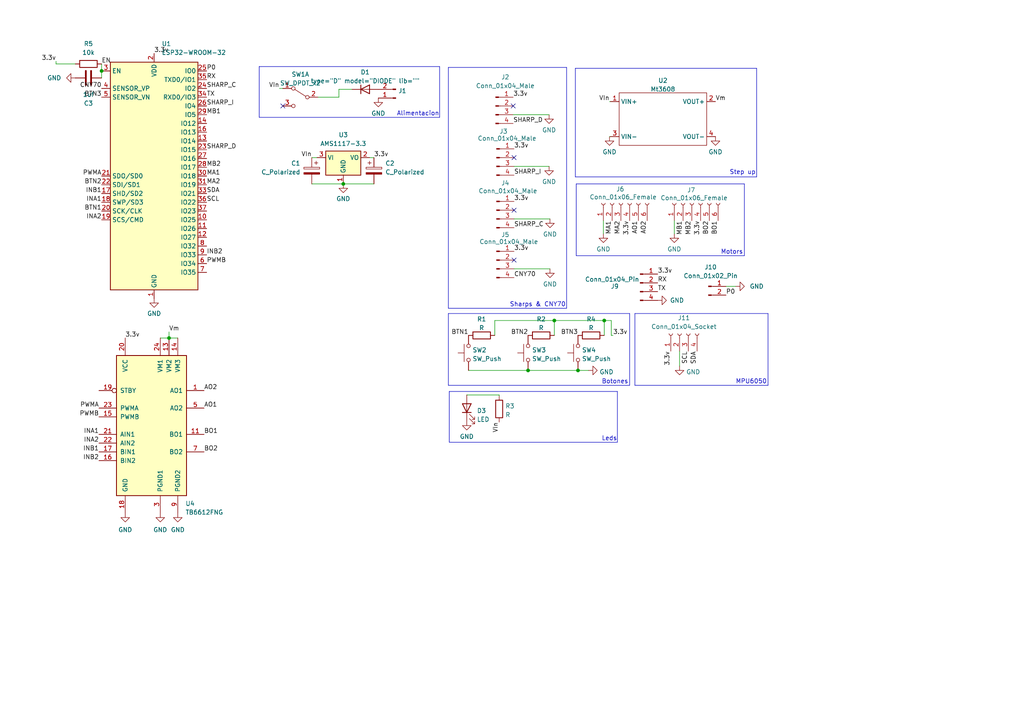
<source format=kicad_sch>
(kicad_sch (version 20230121) (generator eeschema)
  (paper "A4")
  (lib_symbols
    (symbol "Connector:Conn_01x02_Male" (pin_names (offset 1.016) hide)
      (property "Reference" "J" (at 0 2.54 0))
      (property "Value" "Conn_01x02_Male" (at 0 -5.08 0))
      (symbol "Conn_01x02_Male_1_1"
        (polyline (pts (xy 1.27 -2.54) (xy 0.8636 -2.54)) (stroke (width 0.1524)))
        (polyline (pts (xy 1.27 0) (xy 0.8636 0)) (stroke (width 0.1524)))
        (rectangle (start 0.8636 -2.413) (end 0 -2.667) (stroke (width 0.1524)) (fill (type outline)))
        (rectangle (start 0.8636 0.127) (end 0 -0.127) (stroke (width 0.1524)) (fill (type outline)))
        (pin passive line (at 5.08 0 180) (length 3.81) (name "Pin_1") (number "1"))
        (pin passive line (at 5.08 -2.54 180) (length 3.81) (name "Pin_2") (number "2"))
      )
    )
    (symbol "Connector:Conn_01x02_Pin" (pin_names (offset 1.016) hide)
      (property "Reference" "J" (at 0 2.54 0))
      (property "Value" "Conn_01x02_Pin" (at 0 -5.08 0))
      (symbol "Conn_01x02_Pin_1_1"
        (polyline (pts (xy 1.27 -2.54) (xy 0.8636 -2.54)) (stroke (width 0.1524)))
        (polyline (pts (xy 1.27 0) (xy 0.8636 0)) (stroke (width 0.1524)))
        (rectangle (start 0.8636 -2.413) (end 0 -2.667) (stroke (width 0.1524)) (fill (type outline)))
        (rectangle (start 0.8636 0.127) (end 0 -0.127) (stroke (width 0.1524)) (fill (type outline)))
        (pin passive line (at 5.08 0 180) (length 3.81) (name "Pin_1") (number "1"))
        (pin passive line (at 5.08 -2.54 180) (length 3.81) (name "Pin_2") (number "2"))
      )
    )
    (symbol "Connector:Conn_01x04_Male" (pin_names (offset 1.016) hide)
      (property "Reference" "J" (at 0 5.08 0))
      (property "Value" "Conn_01x04_Male" (at 0 -7.62 0))
      (symbol "Conn_01x04_Male_1_1"
        (polyline (pts (xy 1.27 -5.08) (xy 0.8636 -5.08)) (stroke (width 0.1524)))
        (polyline (pts (xy 1.27 -2.54) (xy 0.8636 -2.54)) (stroke (width 0.1524)))
        (polyline (pts (xy 1.27 0) (xy 0.8636 0)) (stroke (width 0.1524)))
        (polyline (pts (xy 1.27 2.54) (xy 0.8636 2.54)) (stroke (width 0.1524)))
        (rectangle (start 0.8636 -4.953) (end 0 -5.207) (stroke (width 0.1524)) (fill (type outline)))
        (rectangle (start 0.8636 -2.413) (end 0 -2.667) (stroke (width 0.1524)) (fill (type outline)))
        (rectangle (start 0.8636 0.127) (end 0 -0.127) (stroke (width 0.1524)) (fill (type outline)))
        (rectangle (start 0.8636 2.667) (end 0 2.413) (stroke (width 0.1524)) (fill (type outline)))
        (pin passive line (at 5.08 2.54 180) (length 3.81) (name "Pin_1") (number "1"))
        (pin passive line (at 5.08 0 180) (length 3.81) (name "Pin_2") (number "2"))
        (pin passive line (at 5.08 -2.54 180) (length 3.81) (name "Pin_3") (number "3"))
        (pin passive line (at 5.08 -5.08 180) (length 3.81) (name "Pin_4") (number "4"))
      )
    )
    (symbol "Connector:Conn_01x04_Pin" (pin_names (offset 1.016) hide)
      (property "Reference" "J" (at 0 5.08 0))
      (property "Value" "Conn_01x04_Pin" (at 0 -7.62 0))
      (symbol "Conn_01x04_Pin_1_1"
        (polyline (pts (xy 1.27 -5.08) (xy 0.8636 -5.08)) (stroke (width 0.1524)))
        (polyline (pts (xy 1.27 -2.54) (xy 0.8636 -2.54)) (stroke (width 0.1524)))
        (polyline (pts (xy 1.27 0) (xy 0.8636 0)) (stroke (width 0.1524)))
        (polyline (pts (xy 1.27 2.54) (xy 0.8636 2.54)) (stroke (width 0.1524)))
        (rectangle (start 0.8636 -4.953) (end 0 -5.207) (stroke (width 0.1524)) (fill (type outline)))
        (rectangle (start 0.8636 -2.413) (end 0 -2.667) (stroke (width 0.1524)) (fill (type outline)))
        (rectangle (start 0.8636 0.127) (end 0 -0.127) (stroke (width 0.1524)) (fill (type outline)))
        (rectangle (start 0.8636 2.667) (end 0 2.413) (stroke (width 0.1524)) (fill (type outline)))
        (pin passive line (at 5.08 2.54 180) (length 3.81) (name "Pin_1") (number "1"))
        (pin passive line (at 5.08 0 180) (length 3.81) (name "Pin_2") (number "2"))
        (pin passive line (at 5.08 -2.54 180) (length 3.81) (name "Pin_3") (number "3"))
        (pin passive line (at 5.08 -5.08 180) (length 3.81) (name "Pin_4") (number "4"))
      )
    )
    (symbol "Connector:Conn_01x04_Socket" (pin_names (offset 1.016) hide)
      (property "Reference" "J" (at 0 5.08 0))
      (property "Value" "Conn_01x04_Socket" (at 0 -7.62 0))
      (symbol "Conn_01x04_Socket_1_1"
        (arc (start 0 -4.572) (mid -0.5058 -5.08) (end 0 -5.588) (stroke (width 0.1524)))
        (arc (start 0 -2.032) (mid -0.5058 -2.54) (end 0 -3.048) (stroke (width 0.1524)))
        (polyline (pts (xy -1.27 -5.08) (xy -0.508 -5.08)) (stroke (width 0.1524)))
        (polyline (pts (xy -1.27 -2.54) (xy -0.508 -2.54)) (stroke (width 0.1524)))
        (polyline (pts (xy -1.27 0) (xy -0.508 0)) (stroke (width 0.1524)))
        (polyline (pts (xy -1.27 2.54) (xy -0.508 2.54)) (stroke (width 0.1524)))
        (arc (start 0 0.508) (mid -0.5058 0) (end 0 -0.508) (stroke (width 0.1524)))
        (arc (start 0 3.048) (mid -0.5058 2.54) (end 0 2.032) (stroke (width 0.1524)))
        (pin passive line (at -5.08 2.54 0) (length 3.81) (name "Pin_1") (number "1"))
        (pin passive line (at -5.08 0 0) (length 3.81) (name "Pin_2") (number "2"))
        (pin passive line (at -5.08 -2.54 0) (length 3.81) (name "Pin_3") (number "3"))
        (pin passive line (at -5.08 -5.08 0) (length 3.81) (name "Pin_4") (number "4"))
      )
    )
    (symbol "Connector:Conn_01x06_Female" (pin_names (offset 1.016) hide)
      (property "Reference" "J" (at 0 7.62 0))
      (property "Value" "Conn_01x06_Female" (at 0 -10.16 0))
      (symbol "Conn_01x06_Female_1_1"
        (arc (start 0 -7.112) (mid -0.5058 -7.62) (end 0 -8.128) (stroke (width 0.1524)))
        (arc (start 0 -4.572) (mid -0.5058 -5.08) (end 0 -5.588) (stroke (width 0.1524)))
        (arc (start 0 -2.032) (mid -0.5058 -2.54) (end 0 -3.048) (stroke (width 0.1524)))
        (polyline (pts (xy -1.27 -7.62) (xy -0.508 -7.62)) (stroke (width 0.1524)))
        (polyline (pts (xy -1.27 -5.08) (xy -0.508 -5.08)) (stroke (width 0.1524)))
        (polyline (pts (xy -1.27 -2.54) (xy -0.508 -2.54)) (stroke (width 0.1524)))
        (polyline (pts (xy -1.27 0) (xy -0.508 0)) (stroke (width 0.1524)))
        (polyline (pts (xy -1.27 2.54) (xy -0.508 2.54)) (stroke (width 0.1524)))
        (polyline (pts (xy -1.27 5.08) (xy -0.508 5.08)) (stroke (width 0.1524)))
        (arc (start 0 0.508) (mid -0.5058 0) (end 0 -0.508) (stroke (width 0.1524)))
        (arc (start 0 3.048) (mid -0.5058 2.54) (end 0 2.032) (stroke (width 0.1524)))
        (arc (start 0 5.588) (mid -0.5058 5.08) (end 0 4.572) (stroke (width 0.1524)))
        (pin passive line (at -5.08 5.08 0) (length 3.81) (name "Pin_1") (number "1"))
        (pin passive line (at -5.08 2.54 0) (length 3.81) (name "Pin_2") (number "2"))
        (pin passive line (at -5.08 0 0) (length 3.81) (name "Pin_3") (number "3"))
        (pin passive line (at -5.08 -2.54 0) (length 3.81) (name "Pin_4") (number "4"))
        (pin passive line (at -5.08 -5.08 0) (length 3.81) (name "Pin_5") (number "5"))
        (pin passive line (at -5.08 -7.62 0) (length 3.81) (name "Pin_6") (number "6"))
      )
    )
    (symbol "Device:C" (pin_numbers hide) (pin_names (offset 0.254))
      (property "Reference" "C" (at 0.635 2.54 0))
      (property "Value" "C" (at 0.635 -2.54 0))
      (symbol "C_0_1"
        (polyline (pts (xy -2.032 -0.762) (xy 2.032 -0.762)) (stroke (width 0.508)))
        (polyline (pts (xy -2.032 0.762) (xy 2.032 0.762)) (stroke (width 0.508)))
      )
      (symbol "C_1_1"
        (pin passive line (at 0 3.81 270) (length 2.794) (name "~") (number "1"))
        (pin passive line (at 0 -3.81 90) (length 2.794) (name "~") (number "2"))
      )
    )
    (symbol "Device:C_Polarized" (pin_numbers hide) (pin_names (offset 0.254))
      (property "Reference" "C" (at 0.635 2.54 0))
      (property "Value" "C_Polarized" (at 0.635 -2.54 0))
      (symbol "C_Polarized_0_1"
        (rectangle (start -2.286 0.508) (end 2.286 1.016))
        (polyline (pts (xy -1.778 2.286) (xy -0.762 2.286)))
        (polyline (pts (xy -1.27 2.794) (xy -1.27 1.778)))
        (rectangle (start 2.286 -0.508) (end -2.286 -1.016) (fill (type outline)))
      )
      (symbol "C_Polarized_1_1"
        (pin passive line (at 0 3.81 270) (length 2.794) (name "~") (number "1"))
        (pin passive line (at 0 -3.81 90) (length 2.794) (name "~") (number "2"))
      )
    )
    (symbol "Device:LED" (pin_numbers hide) (pin_names (offset 1.016) hide)
      (property "Reference" "D" (at 0 2.54 0))
      (property "Value" "LED" (at 0 -2.54 0))
      (symbol "LED_0_1"
        (polyline (pts (xy -1.27 -1.27) (xy -1.27 1.27)) (stroke (width 0.254)))
        (polyline (pts (xy -1.27 0) (xy 1.27 0)))
        (polyline (pts (xy 1.27 -1.27) (xy 1.27 1.27) (xy -1.27 0) (xy 1.27 -1.27)) (stroke (width 0.254)))
        (polyline (pts (xy -3.048 -0.762) (xy -4.572 -2.286) (xy -3.81 -2.286) (xy -4.572 -2.286) (xy -4.572 -1.524)))
        (polyline (pts (xy -1.778 -0.762) (xy -3.302 -2.286) (xy -2.54 -2.286) (xy -3.302 -2.286) (xy -3.302 -1.524)))
      )
      (symbol "LED_1_1"
        (pin passive line (at -3.81 0 0) (length 2.54) (name "K") (number "1"))
        (pin passive line (at 3.81 0 180) (length 2.54) (name "A") (number "2"))
      )
    )
    (symbol "Device:R" (pin_numbers hide) (pin_names (offset 0))
      (property "Reference" "R" (at 2.032 0 90))
      (property "Value" "R" (at 0 0 90))
      (symbol "R_0_1"
        (rectangle (start -1.016 -2.54) (end 1.016 2.54) (stroke (width 0.254)))
      )
      (symbol "R_1_1"
        (pin passive line (at 0 3.81 270) (length 1.27) (name "~") (number "1"))
        (pin passive line (at 0 -3.81 90) (length 1.27) (name "~") (number "2"))
      )
    )
    (symbol "Driver_Motor:TB6612FNG" (pin_names (offset 1.016))
      (property "Reference" "U" (at 11.43 17.78 0))
      (property "Value" "TB6612FNG" (at 11.43 15.24 0))
      (symbol "TB6612FNG_0_1"
        (rectangle (start -10.16 20.32) (end 10.16 -20.32) (stroke (width 0.254)) (fill (type background)))
      )
      (symbol "TB6612FNG_1_1"
        (pin output line (at 15.24 10.16 180) (length 5.08) (name "AO1") (number "1"))
        (pin passive line (at 7.62 -25.4 90) (length 5.08) hide (name "PGND2") (number "10"))
        (pin output line (at 15.24 -2.54 180) (length 5.08) (name "BO1") (number "11"))
        (pin passive line (at 15.24 -2.54 180) (length 5.08) hide (name "BO1") (number "12"))
        (pin power_in line (at 5.08 25.4 270) (length 5.08) (name "VM2") (number "13"))
        (pin power_in line (at 7.62 25.4 270) (length 5.08) (name "VM3") (number "14"))
        (pin input line (at -15.24 2.54 0) (length 5.08) (name "PWMB") (number "15"))
        (pin input line (at -15.24 -10.16 0) (length 5.08) (name "BIN2") (number "16"))
        (pin input line (at -15.24 -7.62 0) (length 5.08) (name "BIN1") (number "17"))
        (pin power_in line (at -7.62 -25.4 90) (length 5.08) (name "GND") (number "18"))
        (pin input inverted (at -15.24 10.16 0) (length 5.08) (name "STBY") (number "19"))
        (pin passive line (at 15.24 10.16 180) (length 5.08) hide (name "AO1") (number "2"))
        (pin power_in line (at -7.62 25.4 270) (length 5.08) (name "VCC") (number "20"))
        (pin input line (at -15.24 -2.54 0) (length 5.08) (name "AIN1") (number "21"))
        (pin input line (at -15.24 -5.08 0) (length 5.08) (name "AIN2") (number "22"))
        (pin input line (at -15.24 5.08 0) (length 5.08) (name "PWMA") (number "23"))
        (pin power_in line (at 2.54 25.4 270) (length 5.08) (name "VM1") (number "24"))
        (pin power_in line (at 2.54 -25.4 90) (length 5.08) (name "PGND1") (number "3"))
        (pin passive line (at 2.54 -25.4 90) (length 5.08) hide (name "PGND1") (number "4"))
        (pin output line (at 15.24 5.08 180) (length 5.08) (name "AO2") (number "5"))
        (pin passive line (at 15.24 5.08 180) (length 5.08) hide (name "AO2") (number "6"))
        (pin output line (at 15.24 -7.62 180) (length 5.08) (name "BO2") (number "7"))
        (pin passive line (at 15.24 -7.62 180) (length 5.08) hide (name "BO2") (number "8"))
        (pin power_in line (at 7.62 -25.4 90) (length 5.08) (name "PGND2") (number "9"))
      )
    )
    (symbol "GND_1" (power) (pin_names (offset 0))
      (property "Value" "GND_1" (at 0 -3.81 0))
      (symbol "GND_1_0_1"
        (polyline (pts (xy 0 0) (xy 0 -1.27) (xy 1.27 -1.27) (xy 0 -2.54) (xy -1.27 -1.27) (xy 0 -1.27)))
      )
      (symbol "GND_1_1_1"
        (pin power_in line (at 0 0 270) (length 0) hide (name "GND") (number "1"))
      )
    )
    (symbol "RF_Module:ESP32-WROOM-32"
      (property "Reference" "U" (at -12.7 34.29 0))
      (property "Value" "ESP32-WROOM-32" (at 1.27 34.29 0))
      (symbol "ESP32-WROOM-32_0_1"
        (rectangle (start -12.7 33.02) (end 12.7 -33.02) (stroke (width 0.254)) (fill (type background)))
      )
      (symbol "ESP32-WROOM-32_1_1"
        (pin power_in line (at 0 -35.56 90) (length 2.54) (name "GND") (number "1"))
        (pin bidirectional line (at 15.24 -12.7 180) (length 2.54) (name "IO25") (number "10"))
        (pin bidirectional line (at 15.24 -15.24 180) (length 2.54) (name "IO26") (number "11"))
        (pin bidirectional line (at 15.24 -17.78 180) (length 2.54) (name "IO27") (number "12"))
        (pin bidirectional line (at 15.24 10.16 180) (length 2.54) (name "IO14") (number "13"))
        (pin bidirectional line (at 15.24 15.24 180) (length 2.54) (name "IO12") (number "14"))
        (pin passive line (at 0 -35.56 90) (length 2.54) hide (name "GND") (number "15"))
        (pin bidirectional line (at 15.24 12.7 180) (length 2.54) (name "IO13") (number "16"))
        (pin bidirectional line (at -15.24 -5.08 0) (length 2.54) (name "SHD/SD2") (number "17"))
        (pin bidirectional line (at -15.24 -7.62 0) (length 2.54) (name "SWP/SD3") (number "18"))
        (pin bidirectional line (at -15.24 -12.7 0) (length 2.54) (name "SCS/CMD") (number "19"))
        (pin power_in line (at 0 35.56 270) (length 2.54) (name "VDD") (number "2"))
        (pin bidirectional line (at -15.24 -10.16 0) (length 2.54) (name "SCK/CLK") (number "20"))
        (pin bidirectional line (at -15.24 0 0) (length 2.54) (name "SDO/SD0") (number "21"))
        (pin bidirectional line (at -15.24 -2.54 0) (length 2.54) (name "SDI/SD1") (number "22"))
        (pin bidirectional line (at 15.24 7.62 180) (length 2.54) (name "IO15") (number "23"))
        (pin bidirectional line (at 15.24 25.4 180) (length 2.54) (name "IO2") (number "24"))
        (pin bidirectional line (at 15.24 30.48 180) (length 2.54) (name "IO0") (number "25"))
        (pin bidirectional line (at 15.24 20.32 180) (length 2.54) (name "IO4") (number "26"))
        (pin bidirectional line (at 15.24 5.08 180) (length 2.54) (name "IO16") (number "27"))
        (pin bidirectional line (at 15.24 2.54 180) (length 2.54) (name "IO17") (number "28"))
        (pin bidirectional line (at 15.24 17.78 180) (length 2.54) (name "IO5") (number "29"))
        (pin input line (at -15.24 30.48 0) (length 2.54) (name "EN") (number "3"))
        (pin bidirectional line (at 15.24 0 180) (length 2.54) (name "IO18") (number "30"))
        (pin bidirectional line (at 15.24 -2.54 180) (length 2.54) (name "IO19") (number "31"))
        (pin no_connect line (at -12.7 -27.94 0) (length 2.54) hide (name "NC") (number "32"))
        (pin bidirectional line (at 15.24 -5.08 180) (length 2.54) (name "IO21") (number "33"))
        (pin bidirectional line (at 15.24 22.86 180) (length 2.54) (name "RXD0/IO3") (number "34"))
        (pin bidirectional line (at 15.24 27.94 180) (length 2.54) (name "TXD0/IO1") (number "35"))
        (pin bidirectional line (at 15.24 -7.62 180) (length 2.54) (name "IO22") (number "36"))
        (pin bidirectional line (at 15.24 -10.16 180) (length 2.54) (name "IO23") (number "37"))
        (pin passive line (at 0 -35.56 90) (length 2.54) hide (name "GND") (number "38"))
        (pin passive line (at 0 -35.56 90) (length 2.54) hide (name "GND") (number "39"))
        (pin input line (at -15.24 25.4 0) (length 2.54) (name "SENSOR_VP") (number "4"))
        (pin input line (at -15.24 22.86 0) (length 2.54) (name "SENSOR_VN") (number "5"))
        (pin input line (at 15.24 -25.4 180) (length 2.54) (name "IO34") (number "6"))
        (pin input line (at 15.24 -27.94 180) (length 2.54) (name "IO35") (number "7"))
        (pin bidirectional line (at 15.24 -20.32 180) (length 2.54) (name "IO32") (number "8"))
        (pin bidirectional line (at 15.24 -22.86 180) (length 2.54) (name "IO33") (number "9"))
      )
    )
    (symbol "Regulator_Linear:AMS1117-3.3"
      (property "Reference" "U" (at -3.81 3.175 0))
      (property "Value" "AMS1117-3.3" (at 0 3.175 0))
      (symbol "AMS1117-3.3_0_1"
        (rectangle (start -5.08 -5.08) (end 5.08 1.905) (stroke (width 0.254)) (fill (type background)))
      )
      (symbol "AMS1117-3.3_1_1"
        (pin power_in line (at 0 -7.62 90) (length 2.54) (name "GND") (number "1"))
        (pin power_out line (at 7.62 0 180) (length 2.54) (name "VO") (number "2"))
        (pin power_in line (at -7.62 0 0) (length 2.54) (name "VI") (number "3"))
      )
    )
    (symbol "Simulation_SPICE:DIODE" (pin_numbers hide) (pin_names (offset 1.016) hide)
      (property "Reference" "D" (at 0 2.54 0))
      (property "Value" "DIODE" (at 0 -2.54 0))
      (symbol "DIODE_0_1"
        (polyline (pts (xy 1.27 0) (xy -1.27 0)))
        (polyline (pts (xy 1.27 1.27) (xy 1.27 -1.27)) (stroke (width 0.254)))
        (polyline (pts (xy -1.27 -1.27) (xy -1.27 1.27) (xy 1.27 0) (xy -1.27 -1.27)) (stroke (width 0.254)))
      )
      (symbol "DIODE_1_1"
        (pin passive line (at -3.81 0 0) (length 2.54) (name "A") (number "1"))
        (pin passive line (at 3.81 0 180) (length 2.54) (name "K") (number "2"))
      )
    )
    (symbol "Switch:SW_DPDT_x2" (pin_names (offset 0) hide)
      (property "Reference" "SW" (at 0 4.318 0))
      (property "Value" "SW_DPDT_x2" (at 0 -5.08 0))
      (symbol "SW_DPDT_x2_0_0"
        (circle (center -2.032 0) (radius 0.508))
        (circle (center 2.032 -2.54) (radius 0.508))
      )
      (symbol "SW_DPDT_x2_0_1"
        (polyline (pts (xy -1.524 0.254) (xy 1.651 2.286)))
        (circle (center 2.032 2.54) (radius 0.508))
      )
      (symbol "SW_DPDT_x2_1_1"
        (pin passive line (at 5.08 2.54 180) (length 2.54) (name "A") (number "1"))
        (pin passive line (at -5.08 0 0) (length 2.54) (name "B") (number "2"))
        (pin passive line (at 5.08 -2.54 180) (length 2.54) (name "C") (number "3"))
      )
      (symbol "SW_DPDT_x2_2_1"
        (pin passive line (at 5.08 2.54 180) (length 2.54) (name "A") (number "4"))
        (pin passive line (at -5.08 0 0) (length 2.54) (name "B") (number "5"))
        (pin passive line (at 5.08 -2.54 180) (length 2.54) (name "C") (number "6"))
      )
    )
    (symbol "Switch:SW_Push" (pin_numbers hide) (pin_names (offset 1.016) hide)
      (property "Reference" "SW" (at 1.27 2.54 0))
      (property "Value" "SW_Push" (at 0 -1.524 0))
      (symbol "SW_Push_0_1"
        (circle (center -2.032 0) (radius 0.508))
        (polyline (pts (xy 0 1.27) (xy 0 3.048)))
        (polyline (pts (xy 2.54 1.27) (xy -2.54 1.27)))
        (circle (center 2.032 0) (radius 0.508))
        (pin passive line (at -5.08 0 0) (length 2.54) (name "1") (number "1"))
        (pin passive line (at 5.08 0 180) (length 2.54) (name "2") (number "2"))
      )
    )
    (symbol "power:GND" (power) (pin_names (offset 0))
      (property "Value" "GND" (at 0 -3.81 0))
      (symbol "GND_0_1"
        (polyline (pts (xy 0 0) (xy 0 -1.27) (xy 1.27 -1.27) (xy 0 -2.54) (xy -1.27 -1.27) (xy 0 -1.27)))
      )
      (symbol "GND_1_1"
        (pin power_in line (at 0 0 270) (length 0) hide (name "GND") (number "1"))
      )
    )
    (symbol "propios:Mt3608"
      (property "Reference" "U" (at 0 0 0))
      (property "Value" "Mt3608" (at 0 0 0))
      (symbol "Mt3608_0_1"
        (rectangle (start -12.7 -2.54) (end 12.7 -17.78))
      )
      (symbol "Mt3608_1_1"
        (pin input line (at -15.24 -5.08 0) (length 2.54) (name "VIN+") (number "1"))
        (pin input line (at 15.24 -5.08 180) (length 2.54) (name "VOUT+") (number "2"))
        (pin input line (at -15.24 -15.24 0) (length 2.54) (name "VIN-") (number "3"))
        (pin input line (at 15.24 -15.24 180) (length 2.54) (name "VOUT-") (number "4"))
      )
    )
  )
  (junction (at 167.64 107.442))
  (junction (at 29.464 20.574))
  (junction (at 153.162 107.442))
  (junction (at 49.022 98.044))
  (junction (at 175.26 92.964))
  (junction (at 99.568 53.34))
  (junction (at 160.782 92.964))
  (no_connect (at 148.844 30.734))
  (no_connect (at 149.098 45.72))
  (no_connect (at 149.098 75.438))
  (no_connect (at 82.042 30.734))
  (no_connect (at 149.098 60.96))
  (wire (pts (xy 135.382 114.554) (xy 144.78 114.554)))
  (wire (pts (xy 135.89 107.442) (xy 153.162 107.442)))
  (wire (pts (xy 159.512 77.978) (xy 149.098 77.978)))
  (wire (pts (xy 159.258 48.26) (xy 149.098 48.26)))
  (wire (pts (xy 144.78 114.554) (xy 144.78 114.808)))
  (wire (pts (xy 81.026 25.654) (xy 82.042 25.654)))
  (wire (pts (xy 49.022 96.266) (xy 49.022 98.044)))
  (polyline (pts (xy 127.508 19.304) (xy 75.184 19.304)))
  (polyline (pts (xy 219.456 51.308) (xy 166.878 51.308)))
  (polyline (pts (xy 167.132 53.34) (xy 215.9 53.34)))
  (polyline (pts (xy 184.15 111.76) (xy 184.15 90.932)))
  (wire (pts (xy 177.8 97.282) (xy 177.292 97.282)))
  (polyline (pts (xy 130.302 128.27) (xy 130.302 113.538)))
  (polyline (pts (xy 179.07 128.27) (xy 130.302 128.27)))
  (polyline (pts (xy 166.878 19.812) (xy 166.878 51.308)))
  (wire (pts (xy 21.844 18.542) (xy 16.256 18.542)))
  (polyline (pts (xy 130.048 111.76) (xy 130.048 90.932)))
  (polyline (pts (xy 75.184 34.036) (xy 127.508 34.036)))
  (wire (pts (xy 49.022 98.044) (xy 51.562 98.044)))
  (polyline (pts (xy 222.758 90.932) (xy 222.758 111.76)))
  (polyline (pts (xy 127.508 34.036) (xy 127.508 19.304)))
  (wire (pts (xy 175.26 92.964) (xy 177.292 92.964)))
  (wire (pts (xy 99.568 53.34) (xy 108.458 53.34)))
  (wire (pts (xy 16.256 18.542) (xy 16.256 17.78)))
  (wire (pts (xy 90.424 53.34) (xy 99.568 53.34)))
  (polyline (pts (xy 130.302 113.538) (xy 179.07 113.538)))
  (wire (pts (xy 160.782 97.282) (xy 160.782 92.964)))
  (wire (pts (xy 160.782 92.964) (xy 175.26 92.964)))
  (polyline (pts (xy 219.456 19.812) (xy 219.456 51.308)))
  (wire (pts (xy 98.298 28.194) (xy 92.202 28.194)))
  (polyline (pts (xy 130.048 89.408) (xy 164.338 89.408)))
  (wire (pts (xy 153.162 107.442) (xy 167.64 107.442)))
  (wire (pts (xy 167.64 107.442) (xy 170.688 107.442)))
  (wire (pts (xy 175.26 97.282) (xy 175.26 92.964)))
  (polyline (pts (xy 182.626 90.932) (xy 182.626 111.76)))
  (wire (pts (xy 159.512 63.5) (xy 149.098 63.5)))
  (polyline (pts (xy 75.184 19.304) (xy 75.184 34.036)))
  (wire (pts (xy 176.784 39.624) (xy 177.038 39.624)))
  (polyline (pts (xy 215.9 74.168) (xy 167.132 74.168)))
  (wire (pts (xy 177.292 92.964) (xy 177.292 97.282)))
  (wire (pts (xy 29.464 20.574) (xy 29.464 22.606)))
  (wire (pts (xy 175.006 67.818) (xy 175.006 64.008)))
  (polyline (pts (xy 166.878 19.812) (xy 219.456 19.812)))
  (wire (pts (xy 143.51 92.964) (xy 160.782 92.964)))
  (polyline (pts (xy 179.07 113.538) (xy 179.07 128.27)))
  (polyline (pts (xy 164.338 19.558) (xy 130.048 19.558)))
  (wire (pts (xy 197.104 106.172) (xy 197.104 101.854)))
  (polyline (pts (xy 130.048 90.932) (xy 182.626 90.932)))
  (wire (pts (xy 195.58 67.818) (xy 195.58 64.008)))
  (polyline (pts (xy 164.338 89.408) (xy 164.338 19.558)))
  (polyline (pts (xy 184.15 90.932) (xy 222.758 90.932)))
  (wire (pts (xy 90.424 45.72) (xy 91.948 45.72)))
  (wire (pts (xy 108.458 45.72) (xy 107.188 45.72)))
  (wire (pts (xy 102.108 25.908) (xy 98.298 25.908)))
  (wire (pts (xy 98.298 25.908) (xy 98.298 28.194)))
  (polyline (pts (xy 215.9 53.34) (xy 215.9 74.168)))
  (wire (pts (xy 213.36 83.058) (xy 210.566 83.058)))
  (polyline (pts (xy 182.626 111.76) (xy 130.048 111.76)))
  (wire (pts (xy 143.51 97.282) (xy 143.51 92.964)))
  (wire (pts (xy 46.482 98.044) (xy 49.022 98.044)))
  (wire (pts (xy 159.258 33.274) (xy 148.844 33.274)))
  (polyline (pts (xy 184.15 111.76) (xy 222.758 111.76)))
  (polyline (pts (xy 130.048 19.558) (xy 130.048 89.408)))
  (wire (pts (xy 29.464 18.542) (xy 29.464 20.574)))
  (polyline (pts (xy 167.132 53.34) (xy 167.132 74.168)))
  (polyline (pts (xy 75.184 19.304) (xy 75.184 19.304)))
  (wire (pts (xy 176.784 29.464) (xy 177.038 29.464)))
  (text "Motors\n" (at 209.042 73.914 0) (effects (font (size 1.27 1.27)) (justify left bottom)))
  (text "Sharps & CNY70" (at 147.828 89.154 0) (effects (font (size 1.27 1.27)) (justify left bottom)))
  (text "Leds" (at 174.498 128.016 0) (effects (font (size 1.27 1.27)) (justify left bottom)))
  (text "Step up\n" (at 211.582 50.8 0) (effects (font (size 1.27 1.27)) (justify left bottom)))
  (text "Botones\n" (at 174.498 111.506 0) (effects (font (size 1.27 1.27)) (justify left bottom)))
  (text "MPU6050\n" (at 213.36 111.506 0) (effects (font (size 1.27 1.27)) (justify left bottom)))
  (text "Alimentacion\n" (at 115.062 33.782 0) (effects (font (size 1.27 1.27)) (justify left bottom)))
  (label "BTN1" (at 29.464 61.214 180))
  (label "BO1" (at 59.182 125.984 0))
  (label "SCL" (at 59.944 58.674 0))
  (label "SDA" (at 59.944 56.134 0))
  (label "RX" (at 190.754 82.042 0))
  (label "3.3v" (at 190.754 79.502 0))
  (label "3.3v" (at 16.256 17.78 180))
  (label "P0" (at 210.566 85.598 0))
  (label "INB2" (at 59.944 73.914 0))
  (label "Vm" (at 207.518 29.464 0))
  (label "EN" (at 29.464 18.542 0))
  (label "BTN2" (at 29.464 53.594 180))
  (label "3.3v" (at 182.626 64.008 270))
  (label "CNY70" (at 29.464 25.654 180))
  (label "BTN1" (at 135.89 97.282 180))
  (label "MA2" (at 180.086 64.008 270))
  (label "BTN3" (at 167.64 97.282 180))
  (label "P0" (at 59.944 20.574 0))
  (label "AO2" (at 187.706 64.008 270))
  (label "TX" (at 190.754 84.582 0))
  (label "PWMB" (at 28.702 120.904 180))
  (label "SHARP_I" (at 59.944 30.734 0))
  (label "MA1" (at 177.546 64.008 270))
  (label "3.3v" (at 36.322 98.044 0))
  (label "INB1" (at 29.464 56.134 180))
  (label "VIn" (at 81.026 25.654 180))
  (label "SHARP_C" (at 149.098 66.04 0))
  (label "INA2" (at 29.464 63.754 180))
  (label "3.3v" (at 177.8 97.282 0))
  (label "MA2" (at 59.944 53.594 0))
  (label "BTN3" (at 29.464 28.194 180))
  (label "AO1" (at 59.182 118.364 0))
  (label "3.3v" (at 194.564 101.854 270))
  (label "3.3v" (at 149.098 43.18 0))
  (label "VIn" (at 176.784 29.464 180))
  (label "INB2" (at 28.702 133.604 180))
  (label "SDA" (at 202.184 101.854 270))
  (label "SHARP_C" (at 59.944 25.654 0))
  (label "3.3v" (at 148.844 28.194 0))
  (label "3.3v" (at 108.458 45.72 0))
  (label "PWMA" (at 29.464 51.054 180))
  (label "VIn" (at 90.424 45.72 180))
  (label "SHARP_D" (at 59.944 43.434 0))
  (label "INA1" (at 29.464 58.674 180))
  (label "RX" (at 59.944 23.114 0))
  (label "MB1" (at 59.944 33.274 0))
  (label "MB1" (at 198.12 64.008 270))
  (label "3.3v" (at 203.2 64.008 270))
  (label "BO2" (at 59.182 131.064 0))
  (label "SHARP_I" (at 149.098 50.8 0))
  (label "INB1" (at 28.702 131.064 180))
  (label "MB2" (at 59.944 48.514 0))
  (label "PWMB" (at 59.944 76.454 0))
  (label "3.3v" (at 149.098 72.898 0))
  (label "BO1" (at 208.28 64.008 270))
  (label "SHARP_D" (at 148.844 35.814 0))
  (label "VIn" (at 144.78 122.428 270))
  (label "AO2" (at 59.182 113.284 0))
  (label "BTN2" (at 153.162 97.282 180))
  (label "MB2" (at 200.66 64.008 270))
  (label "BO2" (at 205.74 64.008 270))
  (label "TX" (at 59.944 28.194 0))
  (label "PWMA" (at 28.702 118.364 180))
  (label "AO1" (at 185.166 64.008 270))
  (label "3.3v" (at 44.704 15.494 0))
  (label "3.3v" (at 149.098 58.42 0))
  (label "SCL" (at 199.644 101.854 270))
  (label "INA1" (at 28.702 125.984 180))
  (label "CNY70" (at 149.098 80.518 0))
  (label "Vm" (at 49.022 96.266 0))
  (label "MA1" (at 59.944 51.054 0))
  (label "INA2" (at 28.702 128.524 180))
  (symbol (lib_id "Connector:Conn_01x04_Pin") (at 185.674 82.042 0) (unit 1)
    (property "Reference" "J9" (at 178.308 83.058 0))
    (property "Value" "Conn_01x04_Pin" (at 177.546 81.026 0))
    (property "Footprint" "Connector_PinHeader_2.54mm:PinHeader_1x04_P2.54mm_Vertical" (effects hide))
  )
  (symbol (lib_id "power:GND") (at 213.36 83.058 90) (unit 1)
    (property "Reference" "#PWR019" (effects hide))
    (property "Value" "GND" (at 217.424 83.058 90) (effects (justify right)))
  )
  (symbol (lib_id "Connector:Conn_01x04_Male") (at 144.018 75.438 0) (unit 1)
    (property "Reference" "J5" (at 146.558 68.072 0))
    (property "Value" "Conn_01x04_Male" (at 147.574 70.104 0))
    (property "Footprint" "Connector_PinHeader_2.54mm:PinHeader_1x04_P2.54mm_Vertical" (effects hide))
  )
  (symbol (lib_id "power:GND") (at 207.518 39.624 0) (unit 1)
    (property "Reference" "#PWR08" (effects hide))
    (property "Value" "GND" (at 207.518 44.0674 0))
  )
  (symbol (lib_id "power:GND") (at 197.104 106.172 0) (unit 1)
    (property "Reference" "#PWR012" (effects hide))
    (property "Value" "GND" (at 199.009 107.8758 0) (effects (justify left)))
  )
  (symbol (lib_name "GND_1") (lib_id "power:GND") (at 21.844 22.606 270) (unit 1)
    (property "Reference" "#PWR022" (effects hide))
    (property "Value" "GND" (at 17.78 22.606 90) (effects (justify right)))
  )
  (symbol (lib_id "power:GND") (at 109.728 28.448 0) (unit 1)
    (property "Reference" "#PWR01" (effects hide))
    (property "Value" "GND" (at 109.728 32.8914 0))
  )
  (symbol (lib_id "Connector:Conn_01x02_Male") (at 114.808 28.448 180) (unit 1)
    (property "Reference" "J1" (at 115.5192 26.3433 0) (effects (justify right)))
    (property "Value" "Conn_01x02_Male" (effects hide))
    (property "Footprint" "Connector_PinHeader_2.54mm:PinHeader_1x02_P2.54mm_Vertical" (effects hide))
  )
  (symbol (lib_id "power:GND") (at 190.754 87.122 90) (unit 1)
    (property "Reference" "#PWR017" (effects hide))
    (property "Value" "GND" (at 194.31 87.122 90) (effects (justify right)))
  )
  (symbol (lib_id "power:GND") (at 175.006 67.818 0) (unit 1)
    (property "Reference" "#PWR09" (effects hide))
    (property "Value" "GND" (at 175.006 72.2614 0))
  )
  (symbol (lib_name "GND_1") (lib_id "power:GND") (at 99.568 53.34 0) (unit 1)
    (property "Reference" "#PWR02" (effects hide))
    (property "Value" "GND" (at 99.568 57.658 0))
  )
  (symbol (lib_id "Regulator_Linear:AMS1117-3.3") (at 99.568 45.72 0) (unit 1)
    (property "Reference" "U3" (at 99.568 39.116 0))
    (property "Value" "AMS1117-3.3" (at 99.568 41.656 0))
    (property "Footprint" "Package_TO_SOT_SMD:SOT-223-3_TabPin2" (effects hide))
    (property "Datasheet" "http://www.advanced-monolithic.com/pdf/ds1117.pdf" (effects hide))
  )
  (symbol (lib_id "power:GND") (at 51.562 148.844 0) (unit 1)
    (property "Reference" "#PWR021" (effects hide))
    (property "Value" "GND" (at 51.562 153.67 0))
  )
  (symbol (lib_id "Device:R") (at 144.78 118.618 0) (unit 1)
    (property "Reference" "R3" (at 146.558 117.7833 0) (effects (justify left)))
    (property "Value" "R" (at 146.558 120.3202 0) (effects (justify left)))
    (property "Footprint" "Resistor_SMD:R_1210_3225Metric" (effects hide))
  )
  (symbol (lib_name "GND_1") (lib_id "power:GND") (at 44.704 86.614 0) (unit 1)
    (property "Reference" "#PWR015" (effects hide))
    (property "Value" "GND" (at 44.704 90.932 0))
  )
  (symbol (lib_id "Connector:Conn_01x04_Male") (at 144.018 60.96 0) (unit 1)
    (property "Reference" "J4" (at 146.558 53.086 0))
    (property "Value" "Conn_01x04_Male" (at 147.32 55.372 0))
    (property "Footprint" "Connector_PinHeader_2.54mm:PinHeader_1x04_P2.54mm_Vertical" (effects hide))
  )
  (symbol (lib_id "power:GND") (at 135.382 122.174 0) (unit 1)
    (property "Reference" "#PWR014" (effects hide))
    (property "Value" "GND" (at 135.382 126.6174 0))
  )
  (symbol (lib_id "power:GND") (at 159.258 48.26 0) (unit 1)
    (property "Reference" "#PWR04" (effects hide))
    (property "Value" "GND" (at 159.258 52.7034 0))
  )
  (symbol (lib_id "power:GND") (at 176.784 39.624 0) (unit 1)
    (property "Reference" "#PWR07" (effects hide))
    (property "Value" "GND" (at 176.784 44.0674 0))
  )
  (symbol (lib_id "Connector:Conn_01x04_Male") (at 143.764 30.734 0) (unit 1)
    (property "Reference" "J2" (at 146.558 22.352 0))
    (property "Value" "Conn_01x04_Male" (at 146.558 24.892 0))
    (property "Footprint" "Connector_PinHeader_2.54mm:PinHeader_1x04_P2.54mm_Vertical" (effects hide))
  )
  (symbol (lib_id "Device:C_Polarized") (at 108.458 49.53 0) (unit 1)
    (property "Reference" "C2" (at 111.76 47.371 0) (effects (justify left)))
    (property "Value" "C_Polarized" (at 111.76 49.911 0) (effects (justify left)))
    (property "Footprint" "Capacitor_SMD:C_1210_3225Metric_Pad1.33x2.70mm_HandSolder" (effects hide))
  )
  (symbol (lib_id "power:GND") (at 46.482 148.844 0) (unit 1)
    (property "Reference" "#PWR020" (effects hide))
    (property "Value" "GND" (at 46.482 153.67 0))
  )
  (symbol (lib_id "Device:C_Polarized") (at 90.424 49.53 0) (mirror y) (unit 1)
    (property "Reference" "C1" (at 87.122 47.371 0) (effects (justify left)))
    (property "Value" "C_Polarized" (at 87.122 49.911 0) (effects (justify left)))
    (property "Footprint" "Capacitor_SMD:C_1210_3225Metric_Pad1.33x2.70mm_HandSolder" (effects hide))
  )
  (symbol (lib_id "power:GND") (at 159.512 63.5 0) (unit 1)
    (property "Reference" "#PWR05" (effects hide))
    (property "Value" "GND" (at 159.512 67.9434 0))
  )
  (symbol (lib_id "Device:R") (at 171.45 97.282 90) (unit 1)
    (property "Reference" "R4" (at 171.45 92.5662 90))
    (property "Value" "R" (at 171.45 95.1031 90))
    (property "Footprint" "Resistor_SMD:R_1210_3225Metric" (effects hide))
  )
  (symbol (lib_id "Switch:SW_Push") (at 153.162 102.362 90) (unit 1)
    (property "Reference" "SW3" (at 154.305 101.5273 90) (effects (justify right)))
    (property "Value" "SW_Push" (at 154.305 104.0642 90) (effects (justify right)))
    (property "Footprint" "Button_Switch_THT:SW_PUSH_6mm" (effects hide))
  )
  (symbol (lib_id "Connector:Conn_01x02_Pin") (at 205.486 83.058 0) (unit 1)
    (property "Reference" "J10" (at 206.121 77.47 0))
    (property "Value" "Conn_01x02_Pin" (at 206.121 80.01 0))
    (property "Footprint" "Connector_PinHeader_2.54mm:PinHeader_1x02_P2.54mm_Vertical" (effects hide))
  )
  (symbol (lib_id "Connector:Conn_01x06_Female") (at 200.66 58.928 90) (unit 1)
    (property "Reference" "J7" (at 201.676 55.118 90) (effects (justify left)))
    (property "Value" "Conn_01x06_Female" (at 211.074 57.404 90) (effects (justify left)))
    (property "Footprint" "Connector_PinHeader_2.54mm:PinHeader_1x06_P2.54mm_Vertical" (effects hide))
  )
  (symbol (lib_id "Switch:SW_DPDT_x2") (at 87.122 28.194 0) (mirror y) (unit 1)
    (property "Reference" "SW1" (at 87.122 21.5732 0))
    (property "Value" "SW_DPDT_x2" (at 87.122 24.1101 0))
    (property "Footprint" "Button_Switch_THT:SW_Slide_1P2T_CK_OS102011MS2Q" (effects hide))
  )
  (symbol (lib_id "Device:R") (at 156.972 97.282 270) (unit 1)
    (property "Reference" "R2" (at 156.972 92.5662 90))
    (property "Value" "R" (at 156.972 95.1031 90))
    (property "Footprint" "Resistor_SMD:R_1210_3225Metric" (effects hide))
  )
  (symbol (lib_id "Switch:SW_Push") (at 167.64 102.362 90) (unit 1)
    (property "Reference" "SW4" (at 168.783 101.5273 90) (effects (justify right)))
    (property "Value" "SW_Push" (at 168.783 104.0642 90) (effects (justify right)))
    (property "Footprint" "Button_Switch_THT:SW_PUSH_6mm" (effects hide))
  )
  (symbol (lib_id "Device:R") (at 25.654 18.542 90) (unit 1)
    (property "Reference" "R5" (at 25.654 12.7 90))
    (property "Value" "10k" (at 25.654 15.24 90))
    (property "Footprint" "Resistor_SMD:R_1210_3225Metric" (effects hide))
  )
  (symbol (lib_id "power:GND") (at 159.512 77.978 0) (unit 1)
    (property "Reference" "#PWR06" (effects hide))
    (property "Value" "GND" (at 159.512 82.4214 0))
  )
  (symbol (lib_id "Device:C") (at 25.654 22.606 270) (unit 1)
    (property "Reference" "C3" (at 25.654 29.972 90))
    (property "Value" "1uf" (at 25.654 27.432 90))
    (property "Footprint" "Capacitor_SMD:C_1210_3225Metric_Pad1.33x2.70mm_HandSolder" (effects hide))
  )
  (symbol (lib_id "Device:R") (at 139.7 97.282 90) (unit 1)
    (property "Reference" "R1" (at 139.7 92.5662 90))
    (property "Value" "R" (at 139.7 95.1031 90))
    (property "Footprint" "Resistor_SMD:R_1210_3225Metric" (effects hide))
  )
  (symbol (lib_id "power:GND") (at 170.688 107.442 90) (unit 1)
    (property "Reference" "#PWR011" (effects hide))
    (property "Value" "GND" (at 173.863 107.8758 90) (effects (justify right)))
  )
  (symbol (lib_id "power:GND") (at 159.258 33.274 0) (unit 1)
    (property "Reference" "#PWR03" (effects hide))
    (property "Value" "GND" (at 159.258 37.7174 0))
  )
  (symbol (lib_id "Switch:SW_Push") (at 135.89 102.362 90) (unit 1)
    (property "Reference" "SW2" (at 137.033 101.5273 90) (effects (justify right)))
    (property "Value" "SW_Push" (at 137.033 104.0642 90) (effects (justify right)))
    (property "Footprint" "Button_Switch_THT:SW_PUSH_6mm" (effects hide))
  )
  (symbol (lib_id "Connector:Conn_01x04_Male") (at 144.018 45.72 0) (unit 1)
    (property "Reference" "J3" (at 146.05 38.1 0))
    (property "Value" "Conn_01x04_Male" (at 147.066 40.132 0))
    (property "Footprint" "Connector_PinHeader_2.54mm:PinHeader_1x04_P2.54mm_Vertical" (effects hide))
  )
  (symbol (lib_id "Simulation_SPICE:DIODE") (at 105.918 25.908 180) (unit 1)
    (property "Reference" "D1" (at 105.918 20.9382 0))
    (property "Value" "${SIM.PARAMS}" (at 105.918 23.4751 0))
    (property "Footprint" "Diode_THT:D_A-405_P2.54mm_Vertical_AnodeUp" (effects hide))
    (property "Sim.Device" "SPICE" (effects hide))
    (property "Sim.Params" "type=\"D\" model=\"DIODE\" lib=\"\"" (effects hide))
    (property "Sim.Pins" "1=1 2=2" (effects hide))
  )
  (symbol (lib_id "propios:Mt3608") (at 192.278 24.384 0) (unit 1)
    (property "Reference" "U2" (at 192.278 23.3512 0))
    (property "Value" "Mt3608" (at 192.278 25.8881 0))
    (property "Footprint" "propios:Sx1308" (effects hide))
  )
  (symbol (lib_id "Connector:Conn_01x06_Female") (at 180.086 58.928 90) (unit 1)
    (property "Reference" "J6" (at 181.102 54.864 90) (effects (justify left)))
    (property "Value" "Conn_01x06_Female" (at 190.5 57.15 90) (effects (justify left)))
    (property "Footprint" "Connector_PinHeader_2.54mm:PinHeader_1x06_P2.54mm_Vertical" (effects hide))
  )
  (symbol (lib_id "power:GND") (at 195.58 67.818 0) (unit 1)
    (property "Reference" "#PWR010" (effects hide))
    (property "Value" "GND" (at 195.58 72.2614 0))
  )
  (symbol (lib_id "RF_Module:ESP32-WROOM-32") (at 44.704 51.054 0) (unit 1)
    (property "Reference" "U1" (at 46.8981 12.7 0) (effects (justify left)))
    (property "Value" "ESP32-WROOM-32" (at 46.8981 15.24 0) (effects (justify left)))
    (property "Footprint" "RF_Module:ESP32-WROOM-32" (effects hide))
    (property "Datasheet" "https://www.espressif.com/sites/default/files/documentation/esp32-wroom-32_datasheet_en.pdf" (effects hide))
  )
  (symbol (lib_id "Driver_Motor:TB6612FNG") (at 43.942 123.444 0) (unit 1)
    (property "Reference" "U4" (at 53.7561 146.05 0) (effects (justify left)))
    (property "Value" "TB6612FNG" (at 53.7561 148.59 0) (effects (justify left)))
    (property "Footprint" "Package_SO:SSOP-24_5.3x8.2mm_P0.65mm" (effects hide))
    (property "Datasheet" "https://toshiba.semicon-storage.com/us/product/linear/motordriver/detail.TB6612FNG.html" (effects hide))
  )
  (symbol (lib_id "Connector:Conn_01x04_Socket") (at 197.104 96.774 90) (unit 1)
    (property "Reference" "J11" (at 198.374 92.202 90))
    (property "Value" "Conn_01x04_Socket" (at 198.374 94.742 90))
    (property "Footprint" "Connector_PinSocket_2.54mm:PinSocket_1x04_P2.54mm_Vertical" (effects hide))
  )
  (symbol (lib_id "Device:LED") (at 135.382 118.364 90) (unit 1)
    (property "Reference" "D3" (at 138.303 119.1168 90) (effects (justify right)))
    (property "Value" "LED" (at 138.303 121.6537 90) (effects (justify right)))
    (property "Footprint" "LED_THT:LED_D3.0mm" (effects hide))
  )
  (symbol (lib_id "power:GND") (at 36.322 148.844 0) (unit 1)
    (property "Reference" "#PWR018" (effects hide))
    (property "Value" "GND" (at 36.322 153.67 0))
  )
)
</source>
